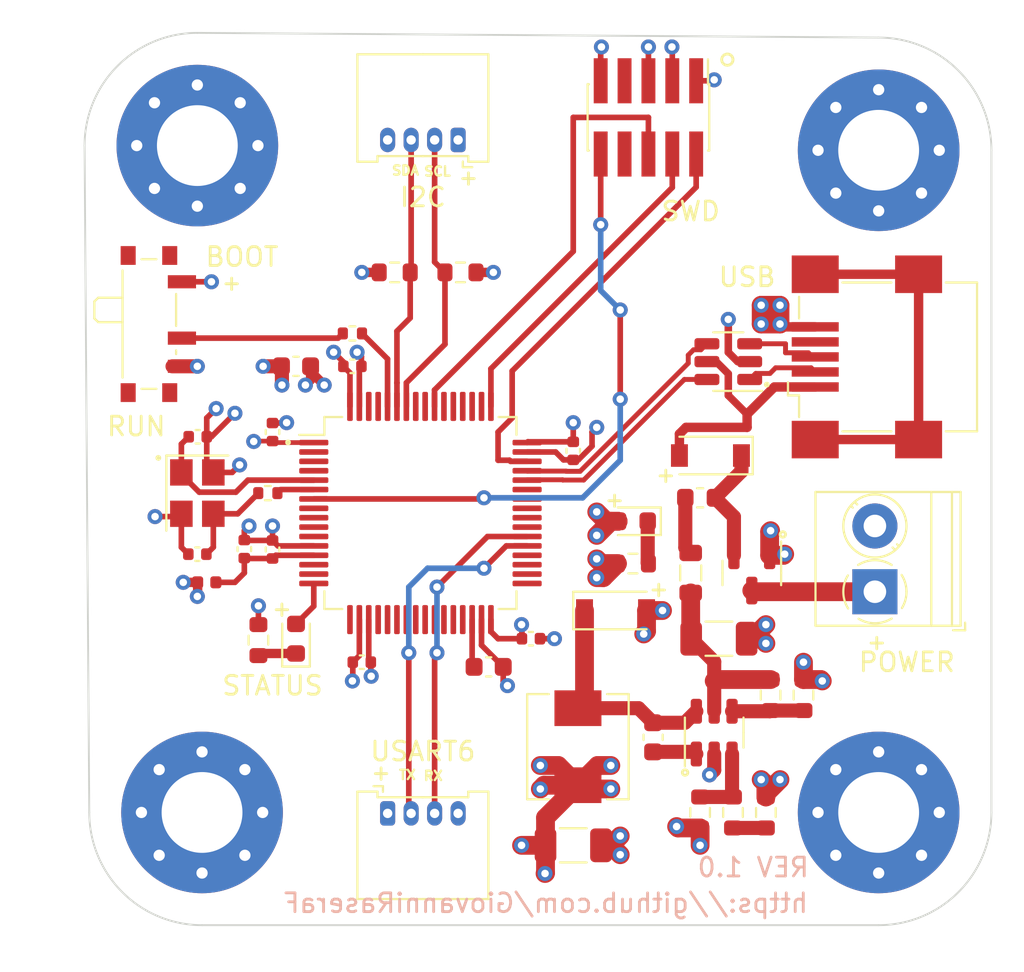
<source format=kicad_pcb>
(kicad_pcb (version 20211014) (generator pcbnew)
  (layers (0 "F.Cu" signal) (1 "In1.Cu" signal) (2 "In2.Cu" signal) (31 "B.Cu" signal) (34 "B.Paste" user) (35 "F.Paste" user) (36 "B.SilkS" user "B.Silkscreen") (37 "F.SilkS" user "F.Silkscreen") (38 "B.Mask" user) (39 "F.Mask" user) (44 "Edge.Cuts" user))
  (net 0 "")
  (net 1 "BUCK_VOUT_3V3")
  (net 2 "GND")
  (net 3 "Net-(C2-Pad1)")
  (net 4 "BUCK_IN")
  (net 5 "+3.3VA")
  (net 6 "HSE_IN")
  (net 7 "Net-(C11-Pad1)")
  (net 8 "BUCK_BST")
  (net 9 "BUCK_SW")
  (net 10 "Net-(D1-Pad1)")
  (net 11 "LED_STATUS")
  (net 12 "Net-(D2-Pad1)")
  (net 13 "+5V")
  (net 14 "Net-(D4-Pad1)")
  (net 15 "+12V")
  (net 16 "Net-(F1-Pad2)")
  (net 17 "USB_CONN_D-")
  (net 18 "USB_CONN_D+")
  (net 20 "unconnected-(J1-Pad6)")
  (net 21 "I2C1_SCL")
  (net 22 "I2C1_SDA")
  (net 23 "SWDIO")
  (net 24 "SWCLK")
  (net 25 "SWO")
  (net 28 "NRST")
  (net 29 "USART6_TX")
  (net 30 "USART6_RX")
  (net 31 "BUCK_EN")
  (net 32 "BOOT0")
  (net 33 "Net-(R4-Pad2)")
  (net 34 "HSE_OUT")
  (net 35 "BUCK_FB")
  (net 36 "Net-(R10-Pad2)")
  (net 66 "USB_D-")
  (net 67 "USB_D+")
  (footprint "Package_TO_SOT_SMD:SOT-23-6" (layer "F.Cu") (at 86.75 110.75 90)
    (fp_text reference "U2")
    (fp_text value "MP2359DJ-LF-Z")
  )
  (footprint "Capacitor_SMD:C_0402_1005Metric" (layer "F.Cu") (at 68 107 180)
    (fp_text reference "C4")
    (fp_text value "100n")
  )
  (footprint "MountingHole:MountingHole_4.3mm_M4_Pad_Via" (layer "F.Cu") (at 95.5 115)
    (fp_text reference "H3")
    (fp_text value "MountingHole_Pad")
  )
  (footprint "Resistor_SMD:R_0603_1608Metric" (layer "F.Cu") (at 69.75 86.25)
    (fp_text reference "R7")
    (fp_text value "2k2")
  )
  (footprint "Resistor_SMD:R_0603_1608Metric" (layer "F.Cu") (at 89.75 108.75 90)
    (fp_text reference "R2")
    (fp_text value "100K")
  )
  (footprint "Diode_SMD:D_SOD-123" (layer "F.Cu") (at 86.55 96 180)
    (fp_text reference "D2")
    (fp_text value "B5819W")
  )
  (footprint "Resistor_SMD:R_0603_1608Metric" (layer "F.Cu") (at 86 115 -90)
    (fp_text reference "R8")
    (fp_text value "47K")
  )
  (footprint "Resistor_SMD:R_0603_1608Metric" (layer "F.Cu") (at 62.5 105.825 -90)
    (fp_text reference "R1")
    (fp_text value "1K5")
  )
  (footprint "Inductor_SMD:L_0402_1005Metric" (layer "F.Cu") (at 59.75 102.75)
    (fp_text reference "L1")
    (fp_text value "39n")
  )
  (footprint "Capacitor_SMD:C_0402_1005Metric" (layer "F.Cu") (at 59.27 95)
    (fp_text reference "C9")
    (fp_text value "12p")
  )
  (footprint "Resistor_SMD:R_0603_1608Metric" (layer "F.Cu") (at 91.5 108.75 -90)
    (fp_text reference "R3")
    (fp_text value "68K")
  )
  (footprint "Capacitor_SMD:C_0402_1005Metric" (layer "F.Cu") (at 63.25 94.75 90)
    (fp_text reference "C3")
    (fp_text value "100n")
  )
  (footprint "Resistor_SMD:R_0603_1608Metric" (layer "F.Cu") (at 87.75 115 90)
    (fp_text reference "R9")
    (fp_text value "15K")
  )
  (footprint "Capacitor_SMD:C_0603_1608Metric" (layer "F.Cu") (at 64.5 91.25 180)
    (fp_text reference "C1")
    (fp_text value "4u7")
  )
  (footprint "Resistor_SMD:R_0603_1608Metric" (layer "F.Cu") (at 89.5 115 -90)
    (fp_text reference "R10")
    (fp_text value "270")
  )
  (footprint "Capacitor_SMD:C_0603_1608Metric" (layer "F.Cu") (at 74.75 107.25)
    (fp_text reference "C2")
    (fp_text value "2u2")
  )
  (footprint "Package_TO_SOT_SMD:SOT-23-6" (layer "F.Cu") (at 87.5 91 180)
    (fp_text reference "U3")
    (fp_text value "USBLC6-2SC6")
  )
  (footprint "Package_QFP:LQFP-64_10x10mm_P0.5mm" (layer "F.Cu") (at 71.12 99.06)
    (fp_text reference "U1")
    (fp_text value "STM32F401RCT6")
  )
  (footprint "Fuse:Fuse_0603_1608Metric" (layer "F.Cu") (at 86 98.25 180)
    (fp_text reference "F1")
    (fp_text value "250mA")
  )
  (footprint "Capacitor_SMD:C_1206_3216Metric" (layer "F.Cu") (at 79.25 116.75 180)
    (fp_text reference "C13")
    (fp_text value "22u")
  )
  (footprint "MountingHole:MountingHole_4.3mm_M4_Pad_Via" (layer "F.Cu") (at 59.5 115)
    (fp_text reference "H2")
    (fp_text value "MountingHole_Pad")
  )
  (footprint "Resistor_SMD:R_0402_1005Metric" (layer "F.Cu") (at 67.5 89.5 180)
    (fp_text reference "R4")
    (fp_text value "10K")
  )
  (footprint "Capacitor_SMD:C_0402_1005Metric" (layer "F.Cu") (at 63.25 101 90)
    (fp_text reference "C10")
    (fp_text value "10n")
  )
  (footprint "Inductor_SMD:L_Sunlord_MWSA0518_5.4x5.2mm" (layer "F.Cu") (at 79.5 111.5 -90)
    (fp_text reference "L2")
    (fp_text value "10u")
  )
  (footprint "Diode_SMD:D_SOD-123" (layer "F.Cu") (at 81.5 104.25)
    (fp_text reference "D3")
    (fp_text value "B5819W")
  )
  (footprint "Package_TO_SOT_SMD:SOT-23" (layer "F.Cu") (at 88.75 102.25 -90)
    (fp_text reference "Q1")
    (fp_text value "AO3401A")
  )
  (footprint "Capacitor_SMD:C_0402_1005Metric" (layer "F.Cu") (at 77 105.75)
    (fp_text reference "C5")
    (fp_text value "100n")
  )
  (footprint "Resistor_SMD:R_0603_1608Metric" (layer "F.Cu") (at 82.425 101.75)
    (fp_text reference "R11")
    (fp_text value "1K")
  )
  (footprint "MountingHole:MountingHole_4.3mm_M4_Pad_Via" (layer "F.Cu") (at 95.5 79.75)
    (fp_text reference "H1")
    (fp_text value "MountingHole_Pad")
  )
  (footprint "Capacitor_SMD:C_0402_1005Metric" (layer "F.Cu") (at 79.25 95.75 -90)
    (fp_text reference "C7")
    (fp_text value "100n")
  )
  (footprint "Capacitor_SMD:C_0402_1005Metric" (layer "F.Cu") (at 61.75 100.98 90)
    (fp_text reference "C8")
    (fp_text value "1u")
  )
  (footprint "Connector_Molex:Molex_PicoBlade_53048-0410_1x04_P1.25mm_Horizontal" (layer "F.Cu") (at 69.375 115.05)
    (fp_text reference "J5")
    (fp_text value "USART6_CONN")
  )
  (footprint "Connector_USB:USB_Mini-B_Wuerth_65100516121_Horizontal" (layer "F.Cu") (at 94.725 90.75 90)
    (fp_text reference "J1")
    (fp_text value "USB_B_Mini")
  )
  (footprint "LED_SMD:LED_0603_1608Metric" (layer "F.Cu") (at 64.5 105.75 90)
    (fp_text reference "D1")
    (fp_text value "BLUE")
  )
  (footprint "Crystal:Crystal_SMD_3225-4Pin_3.2x2.5mm" (layer "F.Cu") (at 59.25 98 -90)
    (fp_text reference "Y1")
    (fp_text value "16MHz")
  )
  (footprint "Resistor_SMD:R_0603_1608Metric" (layer "F.Cu") (at 73.25 86.25 180)
    (fp_text reference "R5")
    (fp_text value "2k2")
  )
  (footprint "Inductor_SMD:L_0805_2012Metric" (layer "F.Cu") (at 85.5 102.25 -90)
    (fp_text reference "FB1")
    (fp_text value "600 @ 600MHz")
  )
  (footprint "Capacitor_SMD:C_0603_1608Metric" (layer "F.Cu") (at 83.5 111 90)
    (fp_text reference "C12")
    (fp_text value "10n")
  )
  (footprint "Resistor_SMD:R_0402_1005Metric" (layer "F.Cu") (at 63 98 180)
    (fp_text reference "R6")
    (fp_text value "47")
  )
  (footprint "Connector_PinHeader_1.27mm:PinHeader_2x05_P1.27mm_Vertical_SMD" (layer "F.Cu") (at 83.25 78 -90)
    (fp_text reference "J4")
    (fp_text value "SWD_CONN")
  )
  (footprint "TerminalBlock_Phoenix:TerminalBlock_Phoenix_PT-1,5-2-3.5-H_1x02_P3.50mm_Horizontal" (layer "F.Cu") (at 95.3 103.25 90)
    (fp_text reference "J2")
    (fp_text value "BATTERY")
  )
  (footprint "Capacitor_SMD:C_1206_3216Metric" (layer "F.Cu") (at 87 105.75)
    (fp_text reference "C6")
    (fp_text value "10U")
  )
  (footprint "Connector_Molex:Molex_PicoBlade_53048-0410_1x04_P1.25mm_Horizontal" (layer "F.Cu") (at 73.125 79.2 180)
    (fp_text reference "J3")
    (fp_text value "I2C_CONN")
  )
  (footprint "Capacitor_SMD:C_0402_1005Metric" (layer "F.Cu") (at 59.25 101.25 180)
    (fp_text reference "C11")
    (fp_text value "12p")
  )
  (footprint "MountingHole:MountingHole_4.3mm_M4_Pad_Via" (layer "F.Cu") (at 59.25 79.5)
    (fp_text reference "H4")
    (fp_text value "MountingHole_Pad")
  )
  (footprint "Button_Switch_SMD:SW_SPDT_PCM12" (layer "F.Cu") (at 57 89 -90)
    (fp_text reference "SW1")
    (fp_text value "SW_SPDT")
  )
  (footprint "Capacitor_SMD:C_0402_1005Metric" (layer "F.Cu") (at 67.5 91.25)
    (fp_text reference "C14")
    (fp_text value "100n")
  )
  (footprint "LED_SMD:LED_0603_1608Metric" (layer "F.Cu") (at 82.425 99.5 180)
    (fp_text reference "D4")
    (fp_text value "RED")
  )
  (gr_circle (center 64.075 95.3) (end 64.1 95.375) (layer "F.SilkS") (width 0.15) (fill none))
  (gr_circle (center 87.45 74.925) (end 87.65 75.15) (layer "F.SilkS") (width 0.15) (fill none))
  (gr_circle (center 57.175 96.125) (end 57.2 96.2) (layer "F.SilkS") (width 0.15) (fill none))
  (gr_circle (center 89.55 92.225) (end 89.575 92.3) (layer "F.SilkS") (width 0.15) (fill none))
  (gr_circle (center 90.4 100.2) (end 90.45 100.25) (layer "F.SilkS") (width 0.15) (fill none))
  (gr_circle (center 85.2 112.875) (end 85.25 112.925) (layer "F.SilkS") (width 0.15) (fill none))
  (gr_line (start 101.5 115) (end 101.5 79.75) (layer "Edge.Cuts") (width 0.1))
  (gr_line (start 53.25 79.5) (end 53.5 115) (layer "Edge.Cuts") (width 0.1))
  (gr_line (start 95.5 73.75) (end 59.25 73.5) (layer "Edge.Cuts") (width 0.1))
  (gr_line (start 59.5 121) (end 95.5 121) (layer "Edge.Cuts") (width 0.1))
  (gr_arc (start 95.5 73.75) (mid 99.742641 75.507359) (end 101.5 79.75) (layer "Edge.Cuts") (width 0.1))
  (gr_arc (start 53.25 79.5) (mid 55.007359 75.257359) (end 59.25 73.5) (layer "Edge.Cuts") (width 0.1))
  (gr_arc (start 59.5 121) (mid 55.257359 119.242641) (end 53.5 115) (layer "Edge.Cuts") (width 0.1))
  (gr_arc (start 101.5 115) (mid 99.742641 119.242641) (end 95.5 121) (layer "Edge.Cuts") (width 0.1))
  (gr_text "https://github.com/GiovanniRaseraF" (at 77.775 119.825) (layer "B.SilkS") (effects (font (size 1 1)) (justify mirror)))
  (gr_text "REV 1.0" (at 88.825 117.925) (layer "B.SilkS") (effects (font (size 1 1)) (justify mirror)))
  (gr_text "+" (at 73.675 81.2) (layer "F.SilkS") (effects (font (size 0.8 0.8))))
  (gr_text "+" (at 95.4 105.925) (layer "F.SilkS") (effects (font (size 0.8 0.8))))
  (gr_text "RX" (at 71.8 113.05) (layer "F.SilkS") (effects (font (size 0.5 0.5) (thickness 0.125))))
  (gr_text "RUN" (at 56 94.45) (layer "F.SilkS") (effects (font (size 1 1))))
  (gr_text "BOOT" (at 61.625 85.425) (layer "F.SilkS") (effects (font (size 1 1))))
  (gr_text "+" (at 69.025 112.875) (layer "F.SilkS") (effects (font (size 0.8 0.8))))
  (gr_text "SCL" (at 72.025 80.875) (layer "F.SilkS") (effects (font (size 0.5 0.5) (thickness 0.125))))
  (gr_text "USB" (at 88.5 86.5) (layer "F.SilkS") (effects (font (size 1 1))))
  (gr_text "I2C" (at 71.25 82.25) (layer "F.SilkS") (effects (font (size 1 1))))
  (gr_text "+" (at 63.75 104.15) (layer "F.SilkS") (effects (font (size 0.8 0.8))))
  (gr_text "+" (at 61.075 86.8) (layer "F.SilkS") (effects (font (size 0.8 0.8))))
  (gr_text "+" (at 83.8 103.1) (layer "F.SilkS") (effects (font (size 0.8 0.8))))
  (gr_text "STATUS" (at 63.25 108.25) (layer "F.SilkS") (effects (font (size 1 1))))
  (gr_text "USART6" (at 71.25 111.75) (layer "F.SilkS") (effects (font (size 1 1))))
  (gr_text "POWER" (at 97 107) (layer "F.SilkS") (effects (font (size 1 1))))
  (gr_text "SDA" (at 70.325 80.825) (layer "F.SilkS") (effects (font (size 0.5 0.5) (thickness 0.125))))
  (gr_text "SWD" (at 85.5 83) (layer "F.SilkS") (effects (font (size 1 1))))
  (gr_text "+" (at 84.175 97.025) (layer "F.SilkS") (effects (font (size 0.8 0.8))))
  (gr_text "TX" (at 70.425 113) (layer "F.SilkS") (effects (font (size 0.5 0.5) (thickness 0.125))))
  (gr_text "+" (at 81.45 98.35) (layer "F.SilkS") (effects (font (size 0.8 0.8))))
  (segment (start 68.37 106.89) (end 68.37 104.735) (width 0.3) (layer "F.Cu") (net 1))
  (segment (start 85.79 76.05) (end 86.7 76.05) (width 0.3) (layer "F.Cu") (net 1))
  (segment (start 79.25 95.27) (end 76.835 95.27) (width 0.3) (layer "F.Cu") (net 1))
  (segment (start 58.43 86.75) (end 60 86.75) (width 0.3) (layer "F.Cu") (net 1))
  (segment (start 79.25 95.27) (end 79.25 94.25) (width 0.3) (layer "F.Cu") (net 1))
  (segment (start 86.7 76.05) (end 86.75 76) (width 0.3) (layer "F.Cu") (net 1))
  (segment (start 77.775 118.225) (end 77.75 118.25) (width 1) (layer "F.Cu") (net 1))
  (segment (start 68.48 107.73) (end 68.5 107.75) (width 0.3) (layer "F.Cu") (net 1))
  (segment (start 84.825 115.825) (end 84.75 115.75) (width 1) (layer "F.Cu") (net 1))
  (segment (start 59.265 103.485) (end 59.25 103.5) (width 0.5) (layer "F.Cu") (net 1))
  (segment (start 74.87 105.37) (end 75.25 105.75) (width 0.3) (layer "F.Cu") (net 1))
  (segment (start 76.52 105.75) (end 76.52 105.02) (width 0.3) (layer "F.Cu") (net 1))
  (segment (start 76.835 95.27) (end 76.795 95.31) (width 0.3) (layer "F.Cu") (net 1))
  (segment (start 80.55 112.5) (end 79.5 113.55) (width 1) (layer "F.Cu") (net 1))
  (segment (start 65.275 91.25) (end 65.275 91.975) (width 0.5) (layer "F.Cu") (net 1))
  (segment (start 81.6375 99.5) (end 81 99.5) (width 1) (layer "F.Cu") (net 1))
  (segment (start 77.5 112.5) (end 78.45 112.5) (width 1) (layer "F.Cu") (net 1))
  (segment (start 67.02 91.25) (end 67.02 91.02) (width 0.3) (layer "F.Cu") (net 1))
  (segment (start 63.25 95.23) (end 62.27 95.23) (width 0.25) (layer "F.Cu") (net 1))
  (segment (start 59.265 102.75) (end 58.5 102.75) (width 0.5) (layer "F.Cu") (net 1))
  (segment (start 77.775 116.75) (end 77.775 118.225) (width 1) (layer "F.Cu") (net 1))
  (segment (start 86 115.825) (end 84.825 115.825) (width 1) (layer "F.Cu") (net 1))
  (segment (start 67.02 91.02) (end 66.5 90.5) (width 0.3) (layer "F.Cu") (net 1))
  (segment (start 65.445 95.31) (end 63.33 95.31) (width 0.25) (layer "F.Cu") (net 1))
  (segment (start 81.6375 99.5) (end 81.25 99.5) (width 1) (layer "F.Cu") (net 1))
  (segment (start 65.275 91.25) (end 65.275 91.525) (width 0.5) (layer "F.Cu") (net 1))
  (segment (start 77.7 113.55) (end 77.5 113.75) (width 1) (layer "F.Cu") (net 1))
  (segment (start 76.52 105.02) (end 76.5 105) (width 0.3) (layer "F.Cu") (net 1))
  (segment (start 77.775 116.75) (end 77.775 115.275) (width 1) (layer "F.Cu") (net 1))
  (segment (start 74.87 104.735) (end 74.87 105.37) (width 0.3) (layer "F.Cu") (net 1))
  (segment (start 65.275 91.975) (end 65 92.25) (width 0.5) (layer "F.Cu") (net 1))
  (segment (start 68.925 86.25) (end 68 86.25) (width 0.5) (layer "F.Cu") (net 1))
  (segment (start 81.25 113.75) (end 79.7 113.75) (width 1) (layer "F.Cu") (net 1))
  (segment (start 68.48 107) (end 68.48 107.73) (width 0.3) (layer "F.Cu") (net 1))
  (segment (start 81.25 112.5) (end 80.55 112.5) (width 1) (layer "F.Cu") (net 1))
  (segment (start 74.075 86.25) (end 75 86.25) (width 0.5) (layer "F.Cu") (net 1))
  (segment (start 62.27 95.23) (end 62.25 95.25) (width 0.25) (layer "F.Cu") (net 1))
  (segment (start 77.775 115.275) (end 79.5 113.55) (width 1) (layer "F.Cu") (net 1))
  (segment (start 59.265 102.75) (end 59.265 103.485) (width 0.5) (layer "F.Cu") (net 1))
  (segment (start 67.37 93.385) (end 67.37 91.6) (width 0.3) (layer "F.Cu") (net 1))
  (segment (start 68.48 107) (end 68.37 106.89) (width 0.3) (layer "F.Cu") (net 1))
  (segment (start 77.775 116.75) (end 76.5 116.75) (width 1) (layer "F.Cu") (net 1))
  (segment (start 79.7 113.75) (end 79.5 113.55) (width 1) (layer "F.Cu") (net 1))
  (segment (start 86 115.825) (end 86 116.75) (width 1) (layer "F.Cu") (net 1))
  (segment (start 65.275 91.525) (end 66 92.25) (width 0.5) (layer "F.Cu") (net 1))
  (segment (start 75.25 105.75) (end 76.52 105.75) (width 0.3) (layer "F.Cu") (net 1))
  (segment (start 81.25 99.5) (end 80.5 100.25) (width 1) (layer "F.Cu") (net 1))
  (segment (start 78.45 112.5) (end 79.5 113.55) (width 1) (layer "F.Cu") (net 1))
  (segment (start 67.37 91.6) (end 67.02 91.25) (width 0.3) (layer "F.Cu") (net 1))
  (segment (start 81 99.5) (end 80.5 99) (width 1) (layer "F.Cu") (net 1))
  (segment (start 79.5 113.55) (end 77.7 113.55) (width 1) (layer "F.Cu") (net 1))
  (segment (start 63.33 95.31) (end 63.25 95.23) (width 0.25) (layer "F.Cu") (net 1))
  (via (at 77.5 113.75) (size 0.8) (drill 0.4) (layers "F.Cu" "B.Cu") (net 1))
  (via (at 66 92.25) (size 0.8) (drill 0.4) (layers "F.Cu" "B.Cu") (net 1))
  (via (at 77.5 112.5) (size 0.8) (drill 0.4) (layers "F.Cu" "B.Cu") (net 1))
  (via (at 68.5 107.75) (size 0.8) (drill 0.4) (layers "F.Cu" "B.Cu") (net 1))
  (via (at 84.75 115.75) (size 0.8) (drill 0.4) (layers "F.Cu" "B.Cu") (net 1))
  (via (at 86 116.75) (size 0.8) (drill 0.4) (layers "F.Cu" "B.Cu") (net 1))
  (via (at 76.5 116.75) (size 0.8) (drill 0.4) (layers "F.Cu" "B.Cu") (net 1))
  (via (at 65 92.25) (size 0.8) (drill 0.4) (layers "F.Cu" "B.Cu") (net 1))
  (via (at 76.5 105) (size 0.8) (drill 0.4) (layers "F.Cu" "B.Cu") (net 1))
  (via (at 75 86.25) (size 0.8) (drill 0.4) (layers "F.Cu" "B.Cu") (net 1))
  (via (at 77.75 118.25) (size 0.8) (drill 0.4) (layers "F.Cu" "B.Cu") (net 1))
  (via (at 60 86.75) (size 0.8) (drill 0.4) (layers "F.Cu" "B.Cu") (net 1))
  (via (at 81.25 112.5) (size 0.8) (drill 0.4) (layers "F.Cu" "B.Cu") (net 1))
  (via (at 80.5 100.25) (size 0.8) (drill 0.4) (layers "F.Cu" "B.Cu") (net 1))
  (via (at 80.5 99) (size 0.8) (drill 0.4) (layers "F.Cu" "B.Cu") (net 1))
  (via (at 59.25 103.5) (size 0.8) (drill 0.4) (layers "F.Cu" "B.Cu") (net 1))
  (via (at 86.75 76) (size 0.8) (drill 0.4) (layers "F.Cu" "B.Cu") (net 1))
  (via (at 68 86.25) (size 0.8) (drill 0.4) (layers "F.Cu" "B.Cu") (net 1))
  (via (at 79.25 94.25) (size 0.8) (drill 0.4) (layers "F.Cu" "B.Cu") (net 1))
  (via (at 66.5 90.5) (size 0.8) (drill 0.4) (layers "F.Cu" "B.Cu") (net 1))
  (via (at 81.25 113.75) (size 0.8) (drill 0.4) (layers "F.Cu" "B.Cu") (net 1))
  (via (at 58.5 102.75) (size 0.8) (drill 0.4) (layers "F.Cu" "B.Cu") (net 1))
  (via (at 62.25 95.25) (size 0.8) (drill 0.4) (layers "F.Cu" "B.Cu") (net 1))
  (segment (start 87.5 90.503098) (end 87.5 88.75) (width 0.4) (layer "F.Cu") (net 2))
  (segment (start 58.4 99.1) (end 58.4 100.88) (width 0.3) (layer "F.Cu") (net 2))
  (segment (start 83.25 76.05) (end 83.25 74.25) (width 0.3) (layer "F.Cu") (net 2))
  (segment (start 58.4 100.88) (end 58.77 101.25) (width 0.3) (layer "F.Cu") (net 2))
  (segment (start 81.25 116.75) (end 81.75 117.25) (width 1) (layer "F.Cu") (net 2))
  (segment (start 88.475 105.75) (end 88.75 105.75) (width 1) (layer "F.Cu") (net 2))
  (segment (start 90.4375 101.3125) (end 90.5 101.25) (width 1) (layer "F.Cu") (net 2))
  (segment (start 89.7 100.05) (end 89.75 100) (width 1) (layer "F.Cu") (net 2))
  (segment (start 79.25 96.23) (end 79.52 96.23) (width 0.3) (layer "F.Cu") (net 2))
  (segment (start 63.25 100.52) (end 63.54 100.81) (width 0.3) (layer "F.Cu") (net 2))
  (segment (start 74.37 106.095) (end 75.525 107.25) (width 0.3) (layer "F.Cu") (net 2))
  (segment (start 67.87 104.735) (end 67.87 106.65) (width 0.3) (layer "F.Cu") (net 2))
  (segment (start 59.75 96.55) (end 60.1 96.9) (width 0.3) (layer "F.Cu") (net 2))
  (segment (start 89.25 105.75) (end 89.5 106) (width 1) (layer "F.Cu") (net 2))
  (segment (start 59.75 94) (end 60.25 93.5) (width 0.3) (layer "F.Cu") (net 2))
  (segment (start 77.48 105.75) (end 78.25 105.75) (width 0.3) (layer "F.Cu") (net 2))
  (segment (start 86.75 112.75) (end 86.75 111.8875) (width 0.75) (layer "F.Cu") (net 2))
  (segment (start 61.77 100.52) (end 61.75 100.5) (width 0.3) (layer "F.Cu") (net 2))
  (segment (start 74.37 104.735) (end 74.37 106.095) (width 0.3) (layer "F.Cu") (net 2))
  (segment (start 80.725 116.75) (end 81.25 116.75) (width 1) (layer "F.Cu") (net 2))
  (segment (start 63.725 91.25) (end 62.75 91.25) (width 0.75) (layer "F.Cu") (net 2))
  (segment (start 84.52 74.27) (end 84.5 74.25) (width 0.3) (layer "F.Cu") (net 2))
  (segment (start 88.6375 91) (end 87.996902 91) (width 0.4) (layer "F.Cu") (net 2))
  (segment (start 92.425 107.925) (end 92.5 108) (width 1) (layer "F.Cu") (net 2))
  (segment (start 63.75 91.275) (end 63.725 91.25) (width 0.75) (layer "F.Cu") (net 2))
  (segment (start 79.52 96.23) (end 80.25 95.5) (width 0.3) (layer "F.Cu") (net 2))
  (segment (start 80.71 74.29) (end 80.75 74.25) (width 0.3) (layer "F.Cu") (net 2))
  (segment (start 89.7 101.3125) (end 89.7 100.05) (width 1) (layer "F.Cu") (net 2))
  (segment (start 91.5 107.925) (end 92.425 107.925) (width 1) (layer "F.Cu") (net 2))
  (segment (start 80.25 95.5) (end 80.25 94.75) (width 0.3) (layer "F.Cu") (net 2))
  (segment (start 58.25 99.25) (end 58.4 99.1) (width 0.3) (layer "F.Cu") (net 2))
  (segment (start 89.25 89) (end 89.25 88) (width 1) (layer "F.Cu") (net 2))
  (segment (start 83.15 104.25) (end 83.15 105.35) (width 1) (layer "F.Cu") (net 2))
  (segment (start 61.1 96.9) (end 61.5 96.5) (width 0.3) (layer "F.Cu") (net 2))
  (segment (start 89.5 113.5) (end 89.25 113.25) (width 1) (layer "F.Cu") (net 2))
  (segment (start 60.1 96.9) (end 61.1 96.9) (width 0.3) (layer "F.Cu") (net 2))
  (segment (start 89.5 114) (end 90.25 113.25) (width 1) (layer "F.Cu") (net 2))
  (segment (start 67.87 106.65) (end 67.52 107) (width 0.3) (layer "F.Cu") (net 2))
  (segment (start 62.5 105) (end 62.5 104) (width 0.3) (layer "F.Cu") (net 2))
  (segment (start 57 99.25) (end 58.25 99.25) (width 0.3) (layer "F.Cu") (net 2))
  (segment (start 81.25 116.75) (end 81.75 116.25) (width 1) (layer "F.Cu") (net 2))
  (segment (start 87.996902 91) (end 87.5 90.503098) (width 0.4) (layer "F.Cu") (net 2))
  (segment (start 59.75 95) (end 60 95) (width 0.3) (layer "F.Cu") (net 2))
  (segment (start 83.15 104.25) (end 84 104.25) (width 1) (layer "F.Cu") (net 2))
  (segment (start 80.5 102.5) (end 80.85 102.5) (width 1) (layer "F.Cu") (net 2))
  (segment (start 67.87 93.385) (end 67.87 91.36) (width 0.3) (layer "F.Cu") (net 2))
  (segment (start 67.98 90.73) (end 67.75 90.5) (width 0.3) (layer "F.Cu") (net 2))
  (segment (start 92.125 89.15) (end 90.4 89.15) (width 0.5) (layer "F.Cu") (net 2))
  (segment (start 86.5 113) (end 86.75 112.75) (width 0.75) (layer "F.Cu") (net 2))
  (segment (start 63.75 92.25) (end 63.75 91.275) (width 0.75) (layer "F.Cu") (net 2))
  (segment (start 61.75 100.5) (end 61.75 100) (width 0.3) (layer "F.Cu") (net 2))
  (segment (start 63.25 94.27) (end 63.98 94.27) (width 0.3) (layer "F.Cu") (net 2))
  (segment (start 89.25 88) (end 90.25 88) (width 1) (layer "F.Cu") (net 2))
  (segment (start 89.5 114.175) (end 89.5 113.5) (width 1) (layer "F.Cu") (net 2))
  (segment (start 88.75 105.75) (end 89.5 105) (width 1) (layer "F.Cu") (net 2))
  (segment (start 79.25 96.23) (end 78.73 96.23) (width 0.3) (layer "F.Cu") (net 2))
  (segment (start 75.525 107.25) (end 75.525 108.025) (width 0.3) (layer "F.Cu") (net 2))
  (segment (start 59.75 95) (end 59.75 96.55) (width 0.3) (layer "F.Cu") (net 2))
  (segment (start 75.525 108.025) (end 75.75 108.25) (width 0.3) (layer "F.Cu") (net 2))
  (segment (start 89.5 114.175) (end 89.5 114) (width 1) (layer "F.Cu") (net 2))
  (segment (start 67.52 107) (end 67.52 107.98) (width 0.3) (layer "F.Cu") (net 2))
  (segment (start 83.15 105.35) (end 83 105.5) (width 1) (layer "F.Cu") (net 2))
  (segment (start 80.75 101.75) (end 80.5 101.5) (width 1) (layer "F.Cu") (net 2))
  (segment (start 88.475 105.75) (end 89.25 105.75) (width 1) (layer "F.Cu") (net 2))
  (segment (start 67.87 91.36) (end 67.98 91.25) (width 0.3) (layer "F.Cu") (net 2))
  (segment (start 57.93 91.25) (end 59.25 91.25) (width 0.75) (layer "F.Cu") (net 2))
  (segment (start 89.7 101.3125) (end 90.4375 101.3125) (width 1) (layer "F.Cu") (net 2))
  (segment (start 89.25 89) (end 90.25 89) (width 1) (layer "F.Cu") (net 2))
  (segment (start 63.98 94.27) (end 64 94.25) (width 0.3) (layer "F.Cu") (net 2))
  (segment (start 63.54 100.81) (end 65.445 100.81) (width 0.3) (layer "F.Cu") (net 2))
  (segment (start 90.4 89.15) (end 90.25 89) (width 0.5) (layer "F.Cu") (net 2))
  (segment (start 59.75 95) (end 59.75 94) (width 0.3) (layer "F.Cu") (net 2))
  (segment (start 78.73 96.23) (end 78.31 95.81) (width 0.3) (layer "F.Cu") (net 2))
  (segment (start 84.52 76.05) (end 84.52 74.27) (width 0.3) (layer "F.Cu") (net 2))
  (segment (start 80.71 76.05) (end 80.71 74.29) (width 0.3) (layer "F.Cu") (net 2))
  (segment (start 67.52 107.98) (end 67.5 108) (width 0.3) (layer "F.Cu") (net 2))
  (segment (start 63.25 100.52) (end 63.25 99.75) (width 0.3) (layer "F.Cu") (net 2))
  (segment (start 67.98 91.25) (end 67.98 90.73) (width 0.3) (layer "F.Cu") (net 2))
  (segment (start 63.25 100.52) (end 61.77 100.52) (width 0.3) (layer "F.Cu") (net 2))
  (segment (start 81.6 101.75) (end 80.75 101.75) (width 1) (layer "F.Cu") (net 2))
  (segment (start 61.75 100) (end 62 99.75) (width 0.3) (layer "F.Cu") (net 2))
  (segment (start 78.31 95.81) (end 76.795 95.81) (width 0.3) (layer "F.Cu") (net 2))
  (segment (start 60 95) (end 61.25 93.75) (width 0.3) (layer "F.Cu") (net 2))
  (segment (start 90.25 88) (end 90.25 89) (width 1) (layer "F.Cu") (net 2))
  (segment (start 91.5 107.925) (end 91.5 107) (width 1) (layer "F.Cu") (net 2))
  (segment (start 80.85 102.5) (end 81.6 101.75) (width 1) (layer "F.Cu") (net 2))
  (segment (start 80.25 94.75) (end 80.5 94.5) (width 0.3) (layer "F.Cu") (net 2))
  (via (at 83 105.5) (size 0.8) (drill 0.4) (layers "F.Cu" "B.Cu") (net 2))
  (via (at 90.5 101.25) (size 0.8) (drill 0.4) (layers "F.Cu" "B.Cu") (net 2))
  (via (at 80.75 74.25) (size 0.8) (drill 0.4) (layers "F.Cu" "B.Cu") (net 2))
  (via (at 62 99.75) (size 0.8) (drill 0.4) (layers "F.Cu" "B.Cu") (net 2))
  (via (at 60.25 93.5) (size 0.8) (drill 0.4) (layers "F.Cu" "B.Cu") (net 2))
  (via (at 92.5 108) (size 0.8) (drill 0.4) (layers "F.Cu" "B.Cu") (net 2))
  (via (at 89.25 88) (size 0.8) (drill 0.4) (layers "F.Cu" "B.Cu") (net 2))
  (via (at 90.25 89) (size 0.8) (drill 0.4) (layers "F.Cu" "B.Cu") (net 2))
  (via (at 80.5 94.5) (size 0.8) (drill 0.4) (layers "F.Cu" "B.Cu") (net 2))
  (via (at 84 104.25) (size 0.8) (drill 0.4) (layers "F.Cu" "B.Cu") (net 2))
  (via (at 62.5 104) (size 0.8) (drill 0.4) (layers "F.Cu" "B.Cu") (net 2))
  (via (at 91.5 107) (size 0.8) (drill 0.4) (layers "F.Cu" "B.Cu") (net 2))
  (via (at 84.5 74.25) (size 0.8) (drill 0.4) (layers "F.Cu" "B.Cu") (net 2))
  (via (at 86.5 113) (size 0.8) (drill 0.4) (layers "F.Cu" "B.Cu") (net 2))
  (via (at 81.75 117.25) (size 0.8) (drill 0.4) (layers "F.Cu" "B.Cu") (net 2))
  (via (at 89.25 113.25) (size 0.8) (drill 0.4) (layers "F.Cu" "B.Cu") (net 2))
  (via (at 67.5 108) (size 0.8) (drill 0.4) (layers "F.Cu" "B.Cu") (net 2))
  (via (at 87.5 88.75) (size 0.8) (drill 0.4) (layers "F.Cu" "B.Cu") (net 2))
  (via (at 89.5 105) (size 0.8) (drill 0.4) (layers "F.Cu" "B.Cu") (net 2))
  (via (at 78.25 105.75) (size 0.8) (drill 0.4) (layers "F.Cu" "B.Cu") (net 2))
  (via (at 61.5 96.5) (size 0.8) (drill 0.4) (layers "F.Cu" "B.Cu") (net 2))
  (via (at 67.75 90.5) (size 0.8) (drill 0.4) (layers "F.Cu" "B.Cu") (net 2))
  (via (at 75.75 108.25) (size 0.8) (drill 0.4) (layers "F.Cu" "B.Cu") (net 2))
  (via (at 83.25 74.25) (size 0.8) (drill 0.4) (layers "F.Cu" "B.Cu") (net 2))
  (via (at 80.5 101.5) (size 0.8) (drill 0.4) (layers "F.Cu" "B.Cu") (net 2))
  (via (at 62.75 91.25) (size 0.8) (drill 0.4) (layers "F.Cu" "B.Cu") (net 2))
  (via (at 89.25 89) (size 0.8) (drill 0.4) (layers "F.Cu" "B.Cu") (net 2))
  (via (at 90.25 88) (size 0.8) (drill 0.4) (layers "F.Cu" "B.Cu") (net 2))
  (via (at 90.25 113.25) (size 0.8) (drill 0.4) (layers "F.Cu" "B.Cu") (net 2))
  (via (at 61.25 93.75) (size 0.8) (drill 0.4) (layers "F.Cu" "B.Cu") (net 2))
  (via (at 80.5 102.5) (size 0.8) (drill 0.4) (layers "F.Cu" "B.Cu") (net 2))
  (via (at 81.75 116.25) (size 0.8) (drill 0.4) (layers "F.Cu" "B.Cu") (net 2))
  (via (at 64 94.25) (size 0.8) (drill 0.4) (layers "F.Cu" "B.Cu") (net 2))
  (via (at 89.75 100) (size 0.8) (drill 0.4) (layers "F.Cu" "B.Cu") (net 2))
  (via (at 57 99.25) (size 0.8) (drill 0.4) (layers "F.Cu" "B.Cu") (net 2))
  (via (at 63.25 99.75) (size 0.8) (drill 0.4) (layers "F.Cu" "B.Cu") (net 2))
  (via (at 59.25 91.25) (size 0.8) (drill 0.4) (layers "F.Cu" "B.Cu") (net 2))
  (via (at 89.5 106) (size 0.8) (drill 0.4) (layers "F.Cu" "B.Cu") (net 2))
  (via (at 63.75 92.25) (size 0.8) (drill 0.4) (layers "F.Cu" "B.Cu") (net 2))
  (segment (start 73.87 104.735) (end 73.87 107.145) (width 0.3) (layer "F.Cu") (net 3))
  (segment (start 73.87 107.145) (end 73.975 107.25) (width 0.3) (layer "F.Cu") (net 3))
  (segment (start 86.75 106.975) (end 86.75 108) (width 0.75) (layer "F.Cu") (net 4))
  (segment (start 89.75 107.925) (end 86.825 107.925) (width 1) (layer "F.Cu") (net 4))
  (segment (start 86.75 108) (end 86.75 109.6125) (width 0.75) (layer "F.Cu") (net 4))
  (segment (start 85.525 105.75) (end 86.75 106.975) (width 0.75) (layer "F.Cu") (net 4))
  (segment (start 85.5 103.3125) (end 85.5 105.725) (width 1) (layer "F.Cu") (net 4))
  (segment (start 85.5 105.725) (end 85.525 105.75) (width 1) (layer "F.Cu") (net 4))
  (segment (start 86.825 107.925) (end 86.75 108) (width 1) (layer "F.Cu") (net 4))
  (segment (start 63.25 101.48) (end 61.77 101.48) (width 0.3) (layer "F.Cu") (net 5))
  (segment (start 61.75 102.25) (end 61.25 102.75) (width 0.3) (layer "F.Cu") (net 5))
  (segment (start 61.75 101.46) (end 61.75 102.25) (width 0.3) (layer "F.Cu") (net 5))
  (segment (start 61.77 101.48) (end 61.75 101.46) (width 0.3) (layer "F.Cu") (net 5))
  (segment (start 63.25 101.48) (end 63.42 101.31) (width 0.3) (layer "F.Cu") (net 5))
  (segment (start 63.42 101.31) (end 65.445 101.31) (width 0.3) (layer "F.Cu") (net 5))
  (segment (start 61.25 102.75) (end 60.235 102.75) (width 0.3) (layer "F.Cu") (net 5))
  (segment (start 61.300489 97.949511) (end 61.94 97.31) (width 0.3) (layer "F.Cu") (net 6))
  (segment (start 61.94 97.31) (end 65.445 97.31) (width 0.3) (layer "F.Cu") (net 6))
  (segment (start 58.4 96.9) (end 58.4 97) (width 0.3) (layer "F.Cu") (net 6))
  (segment (start 59.349511 97.949511) (end 61.300489 97.949511) (width 0.3) (layer "F.Cu") (net 6))
  (segment (start 58.4 95.39) (end 58.79 95) (width 0.3) (layer "F.Cu") (net 6))
  (segment (start 58.4 96.9) (end 58.4 95.39) (width 0.3) (layer "F.Cu") (net 6))
  (segment (start 58.4 97) (end 59.349511 97.949511) (width 0.3) (layer "F.Cu") (net 6))
  (segment (start 62.49 98) (end 62.49 98.01) (width 0.3) (layer "F.Cu") (net 7))
  (segment (start 60.1 99.1) (end 60.1 100.88) (width 0.3) (layer "F.Cu") (net 7))
  (segment (start 62.49 98.01) (end 61.4 99.1) (width 0.3) (layer "F.Cu") (net 7))
  (segment (start 61.4 99.1) (end 60.1 99.1) (width 0.3) (layer "F.Cu") (net 7))
  (segment (start 60.1 100.88) (end 59.73 101.25) (width 0.3) (layer "F.Cu") (net 7))
  (segment (start 83.5 111.775) (end 85.6875 111.775) (width 0.75) (layer "F.Cu") (net 8))
  (segment (start 85.6875 111.775) (end 85.8 111.8875) (width 0.75) (layer "F.Cu") (net 8))
  (segment (start 82.725 109.45) (end 83.5 110.225) (width 0.75) (layer "F.Cu") (net 9))
  (segment (start 79.85 109.1) (end 79.5 109.45) (width 1) (layer "F.Cu") (net 9))
  (segment (start 85.1875 110.225) (end 85.8 109.6125) (width 0.75) (layer "F.Cu") (net 9))
  (segment (start 79.85 104.25) (end 79.85 109.1) (width 1) (layer "F.Cu") (net 9))
  (segment (start 83.5 110.225) (end 85.1875 110.225) (width 0.75) (layer "F.Cu") (net 9))
  (segment (start 79.5 109.45) (end 82.725 109.45) (width 0.75) (layer "F.Cu") (net 9))
  (segment (start 62.6125 106.5375) (end 62.5 106.65) (width 0.5) (layer "F.Cu") (net 10))
  (segment (start 64.5 106.5375) (end 62.6125 106.5375) (width 0.5) (layer "F.Cu") (net 10))
  (segment (start 65.445 102.81) (end 65.445 104.0175) (width 0.3) (layer "F.Cu") (net 11))
  (segment (start 65.445 104.0175) (end 64.5 104.9625) (width 0.3) (layer "F.Cu") (net 11))
  (segment (start 88.2 96) (end 88.2 96.8375) (width 0.75) (layer "F.Cu") (net 12))
  (segment (start 88.2 96.8375) (end 86.7875 98.25) (width 0.75) (layer "F.Cu") (net 12))
  (segment (start 87.8 101.3125) (end 87.8 99.2625) (width 0.75) (layer "F.Cu") (net 12))
  (segment (start 87.8 99.2625) (end 86.7875 98.25) (width 0.75) (layer "F.Cu") (net 12))
  (segment (start 85.25 94.5) (end 84.9 94.85) (width 0.5) (layer "F.Cu") (net 13))
  (segment (start 84.9 94.85) (end 84.9 96) (width 0.5) (layer "F.Cu") (net 13))
  (segment (start 88.5 94.5) (end 85.25 94.5) (width 0.5) (layer "F.Cu") (net 13))
  (segment (start 89.950489 92.35) (end 88.5 93.800489) (width 0.5) (layer "F.Cu") (net 13))
  (segment (start 92.125 92.35) (end 89.950489 92.35) (width 0.5) (layer "F.Cu") (net 13))
  (segment (start 86.852138 91) (end 87.5 91.647862) (width 0.4) (layer "F.Cu") (net 13))
  (segment (start 87.5 92.800489) (end 88.5 93.800489) (width 0.4) (layer "F.Cu") (net 13))
  (segment (start 88.5 93.800489) (end 88.5 94.5) (width 0.5) (layer "F.Cu") (net 13))
  (segment (start 86.3625 91) (end 86.852138 91) (width 0.4) (layer "F.Cu") (net 13))
  (segment (start 87.5 91.647862) (end 87.5 92.800489) (width 0.4) (layer "F.Cu") (net 13))
  (segment (start 83.2125 99.5) (end 83.2125 101.7125) (width 0.75) (layer "F.Cu") (net 14))
  (segment (start 83.2125 101.7125) (end 83.25 101.75) (width 0.75) (layer "F.Cu") (net 14))
  (segment (start 95.3 103.25) (end 88.8125 103.25) (width 1) (layer "F.Cu") (net 15))
  (segment (start 88.8125 103.25) (end 88.75 103.1875) (width 1) (layer "F.Cu") (net 15))
  (segment (start 85.2125 98.25) (end 85.2125 100.9) (width 0.75) (layer "F.Cu") (net 16))
  (segment (start 85.2125 100.9) (end 85.5 101.1875) (width 0.75) (layer "F.Cu") (net 16))
  (segment (start 89.716907 91.630076) (end 90.016916 91.330067) (width 0.261112) (layer "F.Cu") (net 17))
  (segment (start 88.6375 91.95) (end 88.957424 91.630076) (width 0.261112) (layer "F.Cu") (net 17))
  (segment (start 90.016916 91.330067) (end 91.905067 91.330067) (width 0.261112) (layer "F.Cu") (net 17))
  (segment (start 91.905067 91.330067) (end 92.125 91.55) (width 0.261112) (layer "F.Cu") (net 17))
  (segment (start 88.957424 91.630076) (end 89.716907 91.630076) (width 0.261112) (layer "F.Cu") (net 17))
  (segment (start 90.544933 90.05) (end 90.544933 90.530067) (width 0.261112) (layer "F.Cu") (net 18))
  (segment (start 91.981637 90.75) (end 92.125 90.75) (width 0.261112) (layer "F.Cu") (net 18))
  (segment (start 88.6375 90.05) (end 90.544933 90.05) (width 0.261112) (layer "F.Cu") (net 18))
  (segment (start 91.761704 90.530067) (end 91.981637 90.75) (width 0.261112) (layer "F.Cu") (net 18))
  (segment (start 90.544933 90.530067) (end 91.761704 90.530067) (width 0.261112) (layer "F.Cu") (net 18))
  (segment (start 97.625 86.35) (end 97.625 95.15) (width 0.5) (layer "F.Cu") (net 20))
  (segment (start 92.125 95.15) (end 97.625 95.15) (width 0.5) (layer "F.Cu") (net 20))
  (segment (start 92.125 86.35) (end 97.625 86.35) (width 0.5) (layer "F.Cu") (net 20))
  (segment (start 70.37 93.385) (end 70.37 92.13) (width 0.3) (layer "F.Cu") (net 21))
  (segment (start 70.37 92.13) (end 72.425 90.075) (width 0.3) (layer "F.Cu") (net 21))
  (segment (start 72.425 90.075) (end 72.425 86.25) (width 0.3) (layer "F.Cu") (net 21))
  (segment (start 71.875 85.7) (end 71.875 79.2) (width 0.3) (layer "F.Cu") (net 21))
  (segment (start 72.425 86.25) (end 71.875 85.7) (width 0.3) (layer "F.Cu") (net 21))
  (segment (start 70.575 88.675) (end 70.575 86.25) (width 0.3) (layer "F.Cu") (net 22))
  (segment (start 69.86952 92.12952) (end 69.86952 89.38048) (width 0.3) (layer "F.Cu") (net 22))
  (segment (start 70.625 79.2) (end 70.625 86.2) (width 0.3) (layer "F.Cu") (net 22))
  (segment (start 69.87 92.13) (end 69.86952 92.12952) (width 0.3) (layer "F.Cu") (net 22))
  (segment (start 70.625 86.2) (end 70.575 86.25) (width 0.3) (layer "F.Cu") (net 22))
  (segment (start 69.86952 89.38048) (end 70.575 88.675) (width 0.3) (layer "F.Cu") (net 22))
  (segment (start 69.87 93.385) (end 69.87 92.13) (width 0.3) (layer "F.Cu") (net 22))
  (segment (start 75.859639 96.25) (end 75.25 96.25) (width 0.3) (layer "F.Cu") (net 23))
  (segment (start 76 91.5) (end 85.79 81.71) (width 0.3) (layer "F.Cu") (net 23))
  (segment (start 75.919639 96.31) (end 75.859639 96.25) (width 0.3) (layer "F.Cu") (net 23))
  (segment (start 85.79 81.71) (end 85.79 79.95) (width 0.3) (layer "F.Cu") (net 23))
  (segment (start 75.25 94.75) (end 76 94) (width 0.3) (layer "F.Cu") (net 23))
  (segment (start 75.25 96.25) (end 75.25 94.75) (width 0.3) (layer "F.Cu") (net 23))
  (segment (start 76.795 96.31) (end 75.919639 96.31) (width 0.3) (layer "F.Cu") (net 23))
  (segment (start 76 94) (end 76 91.5) (width 0.3) (layer "F.Cu") (net 23))
  (segment (start 74.87 91.38) (end 84.52 81.73) (width 0.3) (layer "F.Cu") (net 24))
  (segment (start 84.52 81.73) (end 84.52 79.95) (width 0.3) (layer "F.Cu") (net 24))
  (segment (start 74.87 93.385) (end 74.87 91.38) (width 0.3) (layer "F.Cu") (net 24))
  (segment (start 83.25 78) (end 83.25 79.8) (width 0.3) (layer "F.Cu") (net 25))
  (segment (start 79.25 78) (end 83.25 78) (width 0.3) (layer "F.Cu") (net 25))
  (segment (start 71.87 92.509639) (end 79.25 85.129639) (width 0.3) (layer "F.Cu") (net 25))
  (segment (start 71.87 93.385) (end 71.87 92.509639) (width 0.3) (layer "F.Cu") (net 25))
  (segment (start 79.25 85.129639) (end 79.25 78) (width 0.3) (layer "F.Cu") (net 25))
  (segment (start 74.44 98.31) (end 74.5 98.25) (width 0.3) (layer "F.Cu") (net 28))
  (segment (start 81.75 88.25) (end 81.75 93) (width 0.3) (layer "F.Cu") (net 28))
  (segment (start 65.445 98.31) (end 74.44 98.31) (width 0.3) (layer "F.Cu") (net 28))
  (segment (start 80.71 79.95) (end 80.71 83.71) (width 0.3) (layer "F.Cu") (net 28))
  (via (at 81.75 93) (size 0.8) (drill 0.4) (layers "F.Cu" "B.Cu") (net 28))
  (via (at 80.71 83.71) (size 0.8) (drill 0.4) (layers "F.Cu" "B.Cu") (net 28))
  (via (at 74.5 98.25) (size 0.8) (drill 0.4) (layers "F.Cu" "B.Cu") (net 28))
  (via (at 81.75 88.25) (size 0.8) (drill 0.4) (layers "F.Cu" "B.Cu") (net 28))
  (segment (start 81.75 96.25) (end 81.75 93.25) (width 0.3) (layer "B.Cu") (net 28))
  (segment (start 79.75 98.25) (end 81.75 96.25) (width 0.3) (layer "B.Cu") (net 28))
  (segment (start 81.75 93.25) (end 81.75 93) (width 0.3) (layer "B.Cu") (net 28))
  (segment (start 80.71 83.71) (end 80.71 87.21) (width 0.3) (layer "B.Cu") (net 28))
  (segment (start 74.5 98.25) (end 79.75 98.25) (width 0.3) (layer "B.Cu") (net 28))
  (segment (start 80.71 87.21) (end 81.75 88.25) (width 0.3) (layer "B.Cu") (net 28))
  (segment (start 75.69 100.81) (end 74.5 102) (width 0.3) (layer "F.Cu") (net 29))
  (segment (start 70.5 114.925) (end 70.625 115.05) (width 0.3) (layer "F.Cu") (net 29))
  (segment (start 70.5 106.5) (end 70.5 114.925) (width 0.3) (layer "F.Cu") (net 29))
  (segment (start 76.795 100.81) (end 75.69 100.81) (width 0.3) (layer "F.Cu") (net 29))
  (via (at 70.5 106.5) (size 0.8) (drill 0.4) (layers "F.Cu" "B.Cu") (net 29))
  (via (at 74.5 102) (size 0.8) (drill 0.4) (layers "F.Cu" "B.Cu") (net 29))
  (segment (start 71.5 102) (end 74.5 102) (width 0.3) (layer "B.Cu") (net 29))
  (segment (start 70.5 103) (end 71.5 102) (width 0.3) (layer "B.Cu") (net 29))
  (segment (start 70.5 106.5) (end 70.5 103) (width 0.3) (layer "B.Cu") (net 29))
  (segment (start 76.795 100.31) (end 74.69 100.31) (width 0.3) (layer "F.Cu") (net 30))
  (segment (start 74.69 100.31) (end 72 103) (width 0.3) (layer "F.Cu") (net 30))
  (segment (start 71.875 106.625) (end 71.875 115.05) (width 0.3) (layer "F.Cu") (net 30))
  (segment (start 72 106.5) (end 71.875 106.625) (width 0.3) (layer "F.Cu") (net 30))
  (via (at 72 103) (size 0.8) (drill 0.4) (layers "F.Cu" "B.Cu") (net 30))
  (via (at 72 106.5) (size 0.8) (drill 0.4) (layers "F.Cu" "B.Cu") (net 30))
  (segment (start 72 103) (end 72 106.5) (width 0.3) (layer "B.Cu") (net 30))
  (segment (start 91.5 109.575) (end 89.75 109.575) (width 0.75) (layer "F.Cu") (net 31))
  (segment (start 87.7 109.6125) (end 89.7125 109.6125) (width 0.75) (layer "F.Cu") (net 31))
  (segment (start 89.7125 109.6125) (end 89.75 109.575) (width 0.75) (layer "F.Cu") (net 31))
  (segment (start 69.37 90.86) (end 69.37 93.385) (width 0.3) (layer "F.Cu") (net 32))
  (segment (start 68.01 89.5) (end 69.37 90.86) (width 0.3) (layer "F.Cu") (net 32))
  (segment (start 66.74 89.75) (end 66.99 89.5) (width 0.3) (layer "F.Cu") (net 33))
  (segment (start 57.93 89.75) (end 66.74 89.75) (width 0.3) (layer "F.Cu") (net 33))
  (segment (start 65.445 97.81) (end 63.7 97.81) (width 0.3) (layer "F.Cu") (net 34))
  (segment (start 63.7 97.81) (end 63.51 98) (width 0.3) (layer "F.Cu") (net 34))
  (segment (start 87.7 114.125) (end 87.75 114.175) (width 0.75) (layer "F.Cu") (net 35))
  (segment (start 86 114.175) (end 87.75 114.175) (width 0.75) (layer "F.Cu") (net 35))
  (segment (start 87.7 111.8875) (end 87.7 114.125) (width 0.75) (layer "F.Cu") (net 35))
  (segment (start 89.5 115.825) (end 87.75 115.825) (width 0.75) (layer "F.Cu") (net 36))
  (segment (start 76.795 97.31) (end 76.812843 97.292157) (width 0.261112) (layer "F.Cu") (net 66))
  (segment (start 78.692969 97.304379) (end 79.807032 97.304379) (width 0.261112) (layer "F.Cu") (net 66))
  (segment (start 76.812843 97.292157) (end 78.680746 97.292157) (width 0.261112) (layer "F.Cu") (net 66))
  (segment (start 85.161411 91.95) (end 86.3625 91.95) (width 0.261112) (layer "F.Cu") (net 66))
  (segment (start 78.680746 97.292157) (end 78.692969 97.304379) (width 0.261112) (layer "F.Cu") (net 66))
  (segment (start 79.807032 97.304379) (end 85.161411 91.95) (width 0.261112) (layer "F.Cu") (net 66))
  (segment (start 79.614711 96.840076) (end 85.369924 91.084863) (width 0.261112) (layer "F.Cu") (net 67))
  (segment (start 76.812843 96.827843) (end 78.873056 96.827843) (width 0.261112) (layer "F.Cu") (net 67))
  (segment (start 78.873056 96.827843) (end 78.885289 96.840076) (width 0.261112) (layer "F.Cu") (net 67))
  (segment (start 85.369924 91.084863) (end 85.369924 90.651147) (width 0.261112) (layer "F.Cu") (net 67))
  (segment (start 85.651147 90.369924) (end 86.042576 90.369924) (width 0.261112) (layer "F.Cu") (net 67))
  (segment (start 76.795 96.81) (end 76.812843 96.827843) (width 0.261112) (layer "F.Cu") (net 67))
  (segment (start 78.885289 96.840076) (end 79.614711 96.840076) (width 0.261112) (layer "F.Cu") (net 67))
  (segment (start 85.369924 90.651147) (end 85.651147 90.369924) (width 0.261112) (layer "F.Cu") (net 67))
  (segment (start 86.042576 90.369924) (end 86.3625 90.05) (width 0.261112) (layer "F.Cu") (net 67))
)
</source>
